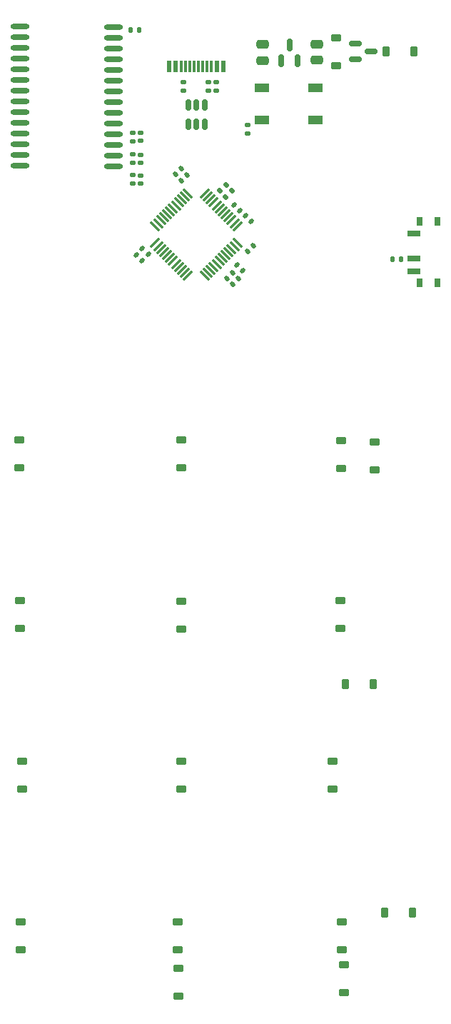
<source format=gbr>
%TF.GenerationSoftware,KiCad,Pcbnew,7.0.7*%
%TF.CreationDate,2023-12-10T01:09:49+02:00*%
%TF.ProjectId,stm32_calc,73746d33-325f-4636-916c-632e6b696361,rev?*%
%TF.SameCoordinates,Original*%
%TF.FileFunction,Paste,Bot*%
%TF.FilePolarity,Positive*%
%FSLAX46Y46*%
G04 Gerber Fmt 4.6, Leading zero omitted, Abs format (unit mm)*
G04 Created by KiCad (PCBNEW 7.0.7) date 2023-12-10 01:09:49*
%MOMM*%
%LPD*%
G01*
G04 APERTURE LIST*
G04 Aperture macros list*
%AMRoundRect*
0 Rectangle with rounded corners*
0 $1 Rounding radius*
0 $2 $3 $4 $5 $6 $7 $8 $9 X,Y pos of 4 corners*
0 Add a 4 corners polygon primitive as box body*
4,1,4,$2,$3,$4,$5,$6,$7,$8,$9,$2,$3,0*
0 Add four circle primitives for the rounded corners*
1,1,$1+$1,$2,$3*
1,1,$1+$1,$4,$5*
1,1,$1+$1,$6,$7*
1,1,$1+$1,$8,$9*
0 Add four rect primitives between the rounded corners*
20,1,$1+$1,$2,$3,$4,$5,0*
20,1,$1+$1,$4,$5,$6,$7,0*
20,1,$1+$1,$6,$7,$8,$9,0*
20,1,$1+$1,$8,$9,$2,$3,0*%
G04 Aperture macros list end*
%ADD10RoundRect,0.225000X-0.225000X-0.375000X0.225000X-0.375000X0.225000X0.375000X-0.225000X0.375000X0*%
%ADD11RoundRect,0.150000X-0.587500X-0.150000X0.587500X-0.150000X0.587500X0.150000X-0.587500X0.150000X0*%
%ADD12RoundRect,0.225000X0.375000X-0.225000X0.375000X0.225000X-0.375000X0.225000X-0.375000X-0.225000X0*%
%ADD13RoundRect,0.150000X-0.150000X0.512500X-0.150000X-0.512500X0.150000X-0.512500X0.150000X0.512500X0*%
%ADD14RoundRect,0.135000X-0.185000X0.135000X-0.185000X-0.135000X0.185000X-0.135000X0.185000X0.135000X0*%
%ADD15RoundRect,0.140000X0.021213X-0.219203X0.219203X-0.021213X-0.021213X0.219203X-0.219203X0.021213X0*%
%ADD16RoundRect,0.140000X-0.021213X0.219203X-0.219203X0.021213X0.021213X-0.219203X0.219203X-0.021213X0*%
%ADD17RoundRect,0.250000X-0.475000X0.250000X-0.475000X-0.250000X0.475000X-0.250000X0.475000X0.250000X0*%
%ADD18R,0.600000X1.450000*%
%ADD19R,0.300000X1.450000*%
%ADD20RoundRect,0.250000X0.475000X-0.250000X0.475000X0.250000X-0.475000X0.250000X-0.475000X-0.250000X0*%
%ADD21RoundRect,0.140000X-0.170000X0.140000X-0.170000X-0.140000X0.170000X-0.140000X0.170000X0.140000X0*%
%ADD22RoundRect,0.140000X0.170000X-0.140000X0.170000X0.140000X-0.170000X0.140000X-0.170000X-0.140000X0*%
%ADD23RoundRect,0.150000X0.150000X-0.587500X0.150000X0.587500X-0.150000X0.587500X-0.150000X-0.587500X0*%
%ADD24R,1.700000X1.000000*%
%ADD25RoundRect,0.135000X0.135000X0.185000X-0.135000X0.185000X-0.135000X-0.185000X0.135000X-0.185000X0*%
%ADD26R,1.500000X0.700000*%
%ADD27R,0.800000X1.000000*%
%ADD28RoundRect,0.140000X-0.219203X-0.021213X-0.021213X-0.219203X0.219203X0.021213X0.021213X0.219203X0*%
%ADD29RoundRect,0.135000X-0.035355X0.226274X-0.226274X0.035355X0.035355X-0.226274X0.226274X-0.035355X0*%
%ADD30RoundRect,0.075000X0.521491X-0.415425X-0.415425X0.521491X-0.521491X0.415425X0.415425X-0.521491X0*%
%ADD31RoundRect,0.075000X0.521491X0.415425X0.415425X0.521491X-0.521491X-0.415425X-0.415425X-0.521491X0*%
%ADD32O,2.250000X0.600000*%
%ADD33RoundRect,0.140000X-0.140000X-0.170000X0.140000X-0.170000X0.140000X0.170000X-0.140000X0.170000X0*%
%ADD34RoundRect,0.225000X-0.375000X0.225000X-0.375000X-0.225000X0.375000X-0.225000X0.375000X0.225000X0*%
%ADD35RoundRect,0.135000X0.185000X-0.135000X0.185000X0.135000X-0.185000X0.135000X-0.185000X-0.135000X0*%
%ADD36RoundRect,0.140000X0.219203X0.021213X0.021213X0.219203X-0.219203X-0.021213X-0.021213X-0.219203X0*%
%ADD37RoundRect,0.135000X0.035355X-0.226274X0.226274X-0.035355X-0.035355X0.226274X-0.226274X0.035355X0*%
G04 APERTURE END LIST*
D10*
%TO.C,D18*%
X17650000Y-43300000D03*
X20950000Y-43300000D03*
%TD*%
D11*
%TO.C,Q1*%
X18872500Y30770000D03*
X18872500Y32670000D03*
X20747500Y31720000D03*
%TD*%
D12*
%TO.C,D14*%
X16200000Y-55750000D03*
X16200000Y-52450000D03*
%TD*%
%TO.C,D9*%
X-1800000Y-36750000D03*
X-1800000Y-33450000D03*
%TD*%
D13*
%TO.C,U2*%
X-930000Y25357500D03*
X20000Y25357500D03*
X970000Y25357500D03*
X970000Y23082500D03*
X20000Y23082500D03*
X-930000Y23082500D03*
%TD*%
D14*
%TO.C,R6*%
X-7575000Y19510000D03*
X-7575000Y18490000D03*
%TD*%
D12*
%TO.C,D2*%
X16572500Y30070000D03*
X16572500Y33370000D03*
%TD*%
D10*
%TO.C,D1*%
X22525000Y31750000D03*
X25825000Y31750000D03*
%TD*%
D15*
%TO.C,C1*%
X-1799411Y16430589D03*
X-1120589Y17109411D03*
%TD*%
D14*
%TO.C,R10*%
X1390000Y28110000D03*
X1390000Y27090000D03*
%TD*%
D16*
%TO.C,C4*%
X5014411Y4789411D03*
X4335589Y4110589D03*
%TD*%
D17*
%TO.C,C19*%
X14300000Y32580000D03*
X14300000Y30680000D03*
%TD*%
D12*
%TO.C,D4*%
X-20900000Y-36650000D03*
X-20900000Y-33350000D03*
%TD*%
D15*
%TO.C,C2*%
X-2499411Y17160589D03*
X-1820589Y17839411D03*
%TD*%
D18*
%TO.C,J3*%
X-3250000Y29955000D03*
X-2450000Y29955000D03*
D19*
X-1250000Y29955000D03*
X-250000Y29955000D03*
X250000Y29955000D03*
X1250000Y29955000D03*
D18*
X2450000Y29955000D03*
X3250000Y29955000D03*
X3250000Y29955000D03*
X2450000Y29955000D03*
D19*
X1750000Y29955000D03*
X750000Y29955000D03*
X-750000Y29955000D03*
X-1750000Y29955000D03*
D18*
X-2450000Y29955000D03*
X-3250000Y29955000D03*
%TD*%
D20*
%TO.C,C20*%
X7850000Y30660000D03*
X7850000Y32560000D03*
%TD*%
D12*
%TO.C,D12*%
X17200000Y-17750000D03*
X17200000Y-14450000D03*
%TD*%
D14*
%TO.C,R5*%
X-7575000Y17040000D03*
X-7575000Y16020000D03*
%TD*%
D21*
%TO.C,C17*%
X-6575000Y22080000D03*
X-6575000Y21120000D03*
%TD*%
D12*
%TO.C,D17*%
X21200000Y-17850000D03*
X21200000Y-14550000D03*
%TD*%
D22*
%TO.C,C15*%
X-6575000Y16050000D03*
X-6575000Y17010000D03*
%TD*%
D12*
%TO.C,D5*%
X-20700000Y-55750000D03*
X-20700000Y-52450000D03*
%TD*%
D23*
%TO.C,U5*%
X12000000Y30632500D03*
X10100000Y30632500D03*
X11050000Y32507500D03*
%TD*%
D24*
%TO.C,SW3*%
X14095000Y27390000D03*
X7795000Y27390000D03*
X14095000Y23590000D03*
X7795000Y23590000D03*
%TD*%
D10*
%TO.C,D19*%
X22350000Y-70400000D03*
X25650000Y-70400000D03*
%TD*%
D25*
%TO.C,R1*%
X24310000Y7100000D03*
X23290000Y7100000D03*
%TD*%
D14*
%TO.C,R13*%
X-1500000Y28110000D03*
X-1500000Y27090000D03*
%TD*%
D26*
%TO.C,SW2*%
X25775000Y10150000D03*
X25775000Y7150000D03*
X25775000Y5650000D03*
D27*
X26475000Y11550000D03*
X28575000Y11550000D03*
X28575000Y4250000D03*
X26475000Y4250000D03*
%TD*%
D28*
%TO.C,C3*%
X5810589Y12219411D03*
X6489411Y11540589D03*
%TD*%
D12*
%TO.C,D3*%
X-21000000Y-17650000D03*
X-21000000Y-14350000D03*
%TD*%
D29*
%TO.C,R11*%
X4225624Y15210624D03*
X3504376Y14489376D03*
%TD*%
D22*
%TO.C,C16*%
X-6575000Y18520000D03*
X-6575000Y19480000D03*
%TD*%
D30*
%TO.C,U1*%
X4887876Y9001212D03*
X4534322Y8647658D03*
X4180769Y8294105D03*
X3827215Y7940551D03*
X3473662Y7586998D03*
X3120109Y7233445D03*
X2766555Y6879891D03*
X2413002Y6526338D03*
X2059449Y6172785D03*
X1705895Y5819231D03*
X1352342Y5465678D03*
X998788Y5112124D03*
D31*
X-998788Y5112124D03*
X-1352342Y5465678D03*
X-1705895Y5819231D03*
X-2059449Y6172785D03*
X-2413002Y6526338D03*
X-2766555Y6879891D03*
X-3120109Y7233445D03*
X-3473662Y7586998D03*
X-3827215Y7940551D03*
X-4180769Y8294105D03*
X-4534322Y8647658D03*
X-4887876Y9001212D03*
D30*
X-4887876Y10998788D03*
X-4534322Y11352342D03*
X-4180769Y11705895D03*
X-3827215Y12059449D03*
X-3473662Y12413002D03*
X-3120109Y12766555D03*
X-2766555Y13120109D03*
X-2413002Y13473662D03*
X-2059449Y13827215D03*
X-1705895Y14180769D03*
X-1352342Y14534322D03*
X-998788Y14887876D03*
D31*
X998788Y14887876D03*
X1352342Y14534322D03*
X1705895Y14180769D03*
X2059449Y13827215D03*
X2413002Y13473662D03*
X2766555Y13120109D03*
X3120109Y12766555D03*
X3473662Y12413002D03*
X3827215Y12059449D03*
X4180769Y11705895D03*
X4534322Y11352342D03*
X4887876Y10998788D03*
%TD*%
D14*
%TO.C,R2*%
X6100000Y23010000D03*
X6100000Y21990000D03*
%TD*%
D32*
%TO.C,IC1*%
X-20890000Y18145000D03*
X-20890000Y19415000D03*
X-20890000Y20685000D03*
X-20890000Y21955000D03*
X-20890000Y23225000D03*
X-20890000Y24495000D03*
X-20890000Y25765000D03*
X-20890000Y27035000D03*
X-20890000Y28305000D03*
X-20890000Y29575000D03*
X-20890000Y30845000D03*
X-20890000Y32115000D03*
X-20890000Y33385000D03*
X-20890000Y34655000D03*
X-9790000Y34595000D03*
X-9790000Y33325000D03*
X-9790000Y32055000D03*
X-9790000Y30785000D03*
X-9790000Y29515000D03*
X-9790000Y28245000D03*
X-9790000Y26975000D03*
X-9790000Y25705000D03*
X-9790000Y24435000D03*
X-9790000Y23165000D03*
X-9790000Y21895000D03*
X-9790000Y20625000D03*
X-9790000Y19355000D03*
X-9790000Y18085000D03*
%TD*%
D33*
%TO.C,C11*%
X-7780000Y34300000D03*
X-6820000Y34300000D03*
%TD*%
D34*
%TO.C,D16*%
X17500000Y-76550000D03*
X17500000Y-79850000D03*
%TD*%
D12*
%TO.C,D8*%
X-1800000Y-17650000D03*
X-1800000Y-14350000D03*
%TD*%
%TO.C,D11*%
X-2200000Y-74750000D03*
X-2200000Y-71450000D03*
%TD*%
%TO.C,D15*%
X17300000Y-74750000D03*
X17300000Y-71450000D03*
%TD*%
D35*
%TO.C,R7*%
X-7575000Y21070000D03*
X-7575000Y22090000D03*
%TD*%
D12*
%TO.C,D10*%
X-1800000Y-55750000D03*
X-1800000Y-52450000D03*
%TD*%
D36*
%TO.C,C7*%
X-5720589Y7660589D03*
X-6399411Y8339411D03*
%TD*%
D37*
%TO.C,R12*%
X2814376Y15189376D03*
X3535624Y15910624D03*
%TD*%
D12*
%TO.C,D6*%
X-20800000Y-74750000D03*
X-20800000Y-71450000D03*
%TD*%
D36*
%TO.C,C6*%
X-6421178Y6941178D03*
X-7100000Y7620000D03*
%TD*%
D28*
%TO.C,C8*%
X4795589Y6449411D03*
X5474411Y5770589D03*
%TD*%
D34*
%TO.C,D7*%
X-2100000Y-76950000D03*
X-2100000Y-80250000D03*
%TD*%
D12*
%TO.C,D13*%
X17100000Y-36650000D03*
X17100000Y-33350000D03*
%TD*%
D14*
%TO.C,R8*%
X2400000Y28110000D03*
X2400000Y27090000D03*
%TD*%
D28*
%TO.C,C10*%
X5188822Y12851178D03*
X4510000Y13530000D03*
%TD*%
D16*
%TO.C,C5*%
X4284411Y5509411D03*
X3605589Y4830589D03*
%TD*%
%TO.C,C9*%
X6729411Y8709411D03*
X6050589Y8030589D03*
%TD*%
M02*

</source>
